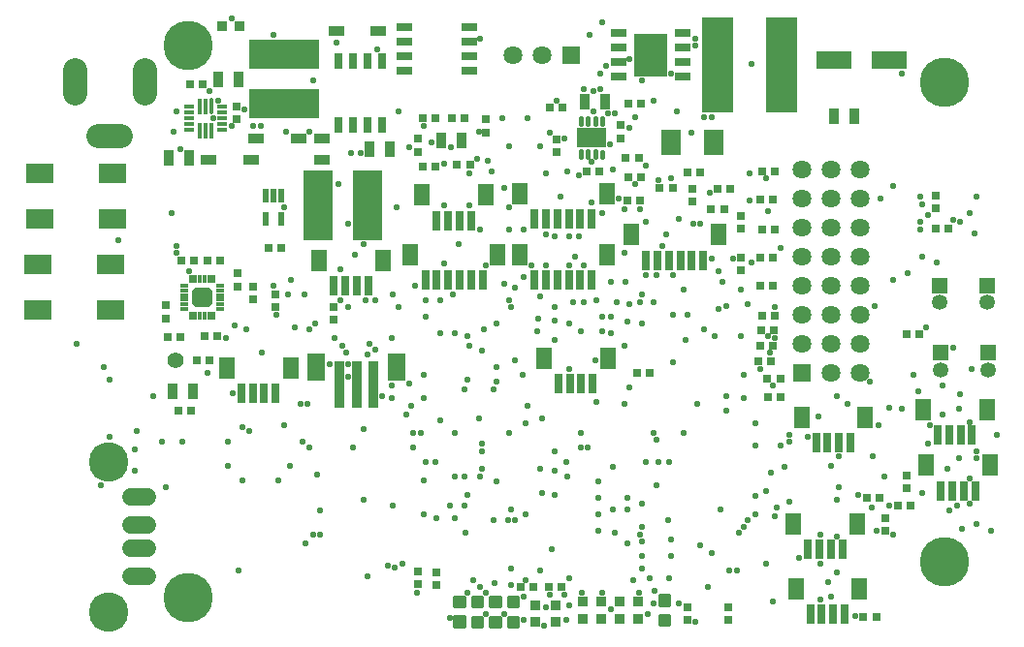
<source format=gts>
G75*
%MOIN*%
%OFA0B0*%
%FSLAX25Y25*%
%IPPOS*%
%LPD*%
%AMOC8*
5,1,8,0,0,1.08239X$1,22.5*
%
%ADD10R,0.05224X0.02862*%
%ADD11R,0.11200X0.15000*%
%ADD12R,0.05224X0.07587*%
%ADD13R,0.02862X0.06602*%
%ADD14C,0.01700*%
%ADD15R,0.09950X0.07000*%
%ADD16R,0.02900X0.02500*%
%ADD17R,0.02500X0.02900*%
%ADD18R,0.12311X0.06012*%
%ADD19R,0.03650X0.05224*%
%ADD20R,0.05224X0.03650*%
%ADD21R,0.03650X0.03650*%
%ADD22C,0.01275*%
%ADD23R,0.01500X0.05600*%
%ADD24R,0.03300X0.01500*%
%ADD25R,0.05224X0.03256*%
%ADD26C,0.01331*%
%ADD27R,0.06500X0.09100*%
%ADD28R,0.06400X0.09600*%
%ADD29R,0.03300X0.16100*%
%ADD30C,0.06110*%
%ADD31C,0.13555*%
%ADD32R,0.02862X0.01287*%
%ADD33R,0.01287X0.02862*%
%ADD34C,0.03281*%
%ADD35C,0.08374*%
%ADD36R,0.10343X0.24122*%
%ADD37R,0.24122X0.10343*%
%ADD38R,0.10700X0.32800*%
%ADD39R,0.06406X0.06406*%
%ADD40C,0.06406*%
%ADD41R,0.05300X0.05300*%
%ADD42C,0.05300*%
%ADD43R,0.09555X0.06799*%
%ADD44C,0.05500*%
%ADD45R,0.01900X0.05100*%
%ADD46R,0.02862X0.05224*%
%ADD47C,0.02300*%
%ADD48C,0.17000*%
D10*
X0227843Y0204068D03*
X0227843Y0209068D03*
X0227843Y0214068D03*
X0227843Y0219068D03*
X0249890Y0219068D03*
X0249890Y0214068D03*
X0249890Y0209068D03*
X0249890Y0204068D03*
X0176440Y0206318D03*
X0176440Y0211318D03*
X0176440Y0216318D03*
X0176440Y0221318D03*
X0154393Y0221318D03*
X0154393Y0216318D03*
X0154393Y0211318D03*
X0154393Y0206318D03*
D11*
X0238867Y0211568D03*
D12*
X0223785Y0163878D03*
X0232164Y0149678D03*
X0223785Y0142778D03*
X0193864Y0142778D03*
X0186235Y0142828D03*
X0156314Y0142828D03*
X0146885Y0140778D03*
X0124964Y0140778D03*
X0160364Y0163378D03*
X0182285Y0163378D03*
X0193864Y0163878D03*
X0262085Y0149678D03*
X0224085Y0107128D03*
X0202164Y0107128D03*
X0115085Y0103828D03*
X0093164Y0103828D03*
X0290764Y0086828D03*
X0312685Y0086828D03*
X0332564Y0089428D03*
X0354485Y0089428D03*
X0355585Y0070328D03*
X0333664Y0070328D03*
X0309885Y0050228D03*
X0287964Y0050228D03*
X0288764Y0027828D03*
X0310685Y0027828D03*
D13*
X0305567Y0019068D03*
X0301630Y0019068D03*
X0297693Y0019068D03*
X0293756Y0019068D03*
X0292956Y0041468D03*
X0296893Y0041468D03*
X0300830Y0041468D03*
X0304767Y0041468D03*
X0338656Y0061568D03*
X0342593Y0061568D03*
X0346530Y0061568D03*
X0350467Y0061568D03*
X0349367Y0080668D03*
X0345430Y0080668D03*
X0341493Y0080668D03*
X0337556Y0080668D03*
X0307567Y0078068D03*
X0303630Y0078068D03*
X0299693Y0078068D03*
X0295756Y0078068D03*
X0218967Y0098368D03*
X0215030Y0098368D03*
X0211093Y0098368D03*
X0207156Y0098368D03*
X0206856Y0134018D03*
X0210793Y0134018D03*
X0214730Y0134018D03*
X0218667Y0134018D03*
X0202919Y0134018D03*
X0198982Y0134018D03*
X0181117Y0134068D03*
X0177180Y0134068D03*
X0173243Y0134068D03*
X0169306Y0134068D03*
X0165369Y0134068D03*
X0161432Y0134068D03*
X0141767Y0132018D03*
X0137830Y0132018D03*
X0133893Y0132018D03*
X0129956Y0132018D03*
X0165356Y0154618D03*
X0169293Y0154618D03*
X0173230Y0154618D03*
X0177167Y0154618D03*
X0198982Y0155118D03*
X0202919Y0155118D03*
X0206856Y0155118D03*
X0210793Y0155118D03*
X0214730Y0155118D03*
X0218667Y0155118D03*
X0237282Y0140918D03*
X0241219Y0140918D03*
X0245156Y0140918D03*
X0249093Y0140918D03*
X0253030Y0140918D03*
X0256967Y0140918D03*
X0109967Y0095068D03*
X0106030Y0095068D03*
X0102093Y0095068D03*
X0098156Y0095068D03*
D14*
X0214767Y0176368D02*
X0214767Y0178368D01*
X0217267Y0178368D02*
X0217267Y0176368D01*
X0219867Y0176368D02*
X0219867Y0178368D01*
X0222367Y0178318D02*
X0222367Y0176418D01*
X0222367Y0187968D02*
X0222367Y0189968D01*
X0219867Y0189968D02*
X0219867Y0187968D01*
X0217267Y0187968D02*
X0217267Y0189968D01*
X0214767Y0189968D02*
X0214767Y0187968D01*
D15*
X0218567Y0183168D03*
D16*
X0230367Y0176068D03*
X0234767Y0176068D03*
X0235667Y0169568D03*
X0231267Y0169568D03*
X0221267Y0171368D03*
X0216867Y0171368D03*
X0230817Y0161418D03*
X0235217Y0161418D03*
X0242067Y0165968D03*
X0246467Y0165968D03*
X0251667Y0171068D03*
X0256067Y0171068D03*
X0261867Y0165368D03*
X0266267Y0165368D03*
X0264117Y0158418D03*
X0259717Y0158418D03*
X0276567Y0161868D03*
X0280967Y0161868D03*
X0281567Y0171568D03*
X0277167Y0171568D03*
X0277167Y0151568D03*
X0281567Y0151568D03*
X0280967Y0141868D03*
X0276567Y0141868D03*
X0276567Y0132168D03*
X0280967Y0132168D03*
X0281617Y0121868D03*
X0277217Y0121868D03*
X0276767Y0116868D03*
X0281167Y0116868D03*
X0281017Y0111468D03*
X0276617Y0111468D03*
X0275767Y0106318D03*
X0280167Y0106318D03*
X0279017Y0100018D03*
X0283417Y0100018D03*
X0283717Y0093818D03*
X0279317Y0093818D03*
X0238567Y0102318D03*
X0234167Y0102318D03*
X0313217Y0059018D03*
X0317617Y0059018D03*
X0323967Y0056618D03*
X0328367Y0056618D03*
X0316467Y0018018D03*
X0312067Y0018018D03*
X0208367Y0028618D03*
X0203967Y0028618D03*
X0198517Y0028568D03*
X0194117Y0028568D03*
X0080867Y0089168D03*
X0076467Y0089168D03*
X0082767Y0106518D03*
X0087167Y0106518D03*
X0085467Y0114968D03*
X0089867Y0114968D03*
X0077267Y0114368D03*
X0072867Y0114368D03*
X0077567Y0140668D03*
X0081967Y0140668D03*
X0086567Y0140668D03*
X0090967Y0140668D03*
X0107417Y0145268D03*
X0111817Y0145268D03*
X0160467Y0173168D03*
X0164867Y0173168D03*
X0172367Y0173668D03*
X0176767Y0173668D03*
X0175017Y0189868D03*
X0170617Y0189868D03*
X0164867Y0189968D03*
X0160467Y0189968D03*
X0204267Y0193568D03*
X0208667Y0193568D03*
X0231167Y0194668D03*
X0235567Y0194668D03*
X0336967Y0151968D03*
X0341367Y0151968D03*
X0331317Y0115568D03*
X0326917Y0115568D03*
X0085067Y0201368D03*
X0080667Y0201368D03*
D17*
X0096667Y0193968D03*
X0096667Y0189568D03*
X0158767Y0182718D03*
X0158767Y0178318D03*
X0182367Y0184968D03*
X0182367Y0189368D03*
X0206467Y0182568D03*
X0206467Y0178168D03*
X0228667Y0182968D03*
X0228667Y0187368D03*
X0253367Y0165418D03*
X0253367Y0161018D03*
X0269817Y0156218D03*
X0269817Y0151818D03*
X0269767Y0141768D03*
X0269767Y0137368D03*
X0336867Y0158918D03*
X0336867Y0163318D03*
X0327067Y0066768D03*
X0327067Y0062368D03*
X0319517Y0052268D03*
X0319517Y0047868D03*
X0265567Y0021568D03*
X0265567Y0017168D03*
X0251517Y0017068D03*
X0251517Y0021468D03*
X0165267Y0029168D03*
X0165267Y0033568D03*
X0158867Y0033868D03*
X0158867Y0029468D03*
X0130067Y0120368D03*
X0130067Y0124768D03*
X0109867Y0124768D03*
X0109867Y0129168D03*
X0102267Y0127468D03*
X0102267Y0131868D03*
X0096767Y0131968D03*
X0096767Y0136368D03*
X0072267Y0125368D03*
X0072267Y0120968D03*
D18*
X0302018Y0209768D03*
X0320915Y0209768D03*
D19*
X0309010Y0190568D03*
X0301923Y0190568D03*
X0223210Y0195368D03*
X0216123Y0195368D03*
X0174010Y0182168D03*
X0166923Y0182168D03*
X0149410Y0179168D03*
X0142323Y0179168D03*
X0097210Y0203168D03*
X0090123Y0203168D03*
X0080410Y0176168D03*
X0073323Y0176168D03*
X0074523Y0095768D03*
X0081610Y0095768D03*
D20*
X0126067Y0175624D03*
X0126067Y0182711D03*
D21*
X0097569Y0221568D03*
X0091664Y0221568D03*
X0215667Y0023420D03*
X0221917Y0023420D03*
X0228167Y0023420D03*
X0234417Y0023420D03*
X0234417Y0017515D03*
X0228167Y0017515D03*
X0221917Y0017515D03*
X0215667Y0017515D03*
X0206367Y0016365D03*
X0206367Y0022270D03*
X0199117Y0022270D03*
X0199117Y0016365D03*
D22*
X0087980Y0196131D02*
X0087754Y0196131D01*
X0087980Y0196131D02*
X0087980Y0191805D01*
X0087754Y0191805D01*
X0087754Y0196131D01*
X0087754Y0193079D02*
X0087980Y0193079D01*
X0087980Y0194353D02*
X0087754Y0194353D01*
X0087754Y0195627D02*
X0087980Y0195627D01*
D23*
X0085867Y0193968D03*
X0083867Y0193968D03*
X0083867Y0185368D03*
X0085867Y0185368D03*
X0087867Y0185368D03*
D24*
X0091567Y0185668D03*
X0091567Y0187668D03*
X0091567Y0189668D03*
X0091567Y0191668D03*
X0091567Y0193668D03*
X0080167Y0193668D03*
X0080167Y0191668D03*
X0080167Y0189668D03*
X0080167Y0187668D03*
X0080167Y0185668D03*
D25*
X0086983Y0175568D03*
X0101550Y0175568D03*
X0103283Y0182918D03*
X0117850Y0182918D03*
X0130783Y0219968D03*
X0145350Y0219968D03*
D26*
X0171714Y0024973D02*
X0174820Y0024973D01*
X0174820Y0021867D01*
X0171714Y0021867D01*
X0171714Y0024973D01*
X0171714Y0023197D02*
X0174820Y0023197D01*
X0174820Y0024527D02*
X0171714Y0024527D01*
X0177764Y0024773D02*
X0180870Y0024773D01*
X0180870Y0021667D01*
X0177764Y0021667D01*
X0177764Y0024773D01*
X0177764Y0022997D02*
X0180870Y0022997D01*
X0180870Y0024327D02*
X0177764Y0024327D01*
X0184014Y0024773D02*
X0187120Y0024773D01*
X0187120Y0021667D01*
X0184014Y0021667D01*
X0184014Y0024773D01*
X0184014Y0022997D02*
X0187120Y0022997D01*
X0187120Y0024327D02*
X0184014Y0024327D01*
X0190264Y0024773D02*
X0193370Y0024773D01*
X0193370Y0021667D01*
X0190264Y0021667D01*
X0190264Y0024773D01*
X0190264Y0022997D02*
X0193370Y0022997D01*
X0193370Y0024327D02*
X0190264Y0024327D01*
X0190264Y0017868D02*
X0193370Y0017868D01*
X0193370Y0014762D01*
X0190264Y0014762D01*
X0190264Y0017868D01*
X0190264Y0016092D02*
X0193370Y0016092D01*
X0193370Y0017422D02*
X0190264Y0017422D01*
X0187120Y0017868D02*
X0184014Y0017868D01*
X0187120Y0017868D02*
X0187120Y0014762D01*
X0184014Y0014762D01*
X0184014Y0017868D01*
X0184014Y0016092D02*
X0187120Y0016092D01*
X0187120Y0017422D02*
X0184014Y0017422D01*
X0180870Y0017868D02*
X0177764Y0017868D01*
X0180870Y0017868D02*
X0180870Y0014762D01*
X0177764Y0014762D01*
X0177764Y0017868D01*
X0177764Y0016092D02*
X0180870Y0016092D01*
X0180870Y0017422D02*
X0177764Y0017422D01*
X0174820Y0018068D02*
X0171714Y0018068D01*
X0174820Y0018068D02*
X0174820Y0014962D01*
X0171714Y0014962D01*
X0171714Y0018068D01*
X0171714Y0016292D02*
X0174820Y0016292D01*
X0174820Y0017622D02*
X0171714Y0017622D01*
X0242164Y0015362D02*
X0245270Y0015362D01*
X0242164Y0015362D02*
X0242164Y0018468D01*
X0245270Y0018468D01*
X0245270Y0015362D01*
X0245270Y0016692D02*
X0242164Y0016692D01*
X0242164Y0018022D02*
X0245270Y0018022D01*
X0245270Y0022267D02*
X0242164Y0022267D01*
X0242164Y0025373D01*
X0245270Y0025373D01*
X0245270Y0022267D01*
X0245270Y0023597D02*
X0242164Y0023597D01*
X0242164Y0024927D02*
X0245270Y0024927D01*
D27*
X0246017Y0181568D03*
X0260517Y0181568D03*
D28*
X0151717Y0104068D03*
X0123817Y0104068D03*
D29*
X0131867Y0098168D03*
X0137767Y0098168D03*
X0143667Y0098168D03*
D30*
X0065891Y0059547D02*
X0060281Y0059547D01*
X0060281Y0049705D02*
X0065891Y0049705D01*
X0065891Y0041831D02*
X0060281Y0041831D01*
X0060281Y0031988D02*
X0065891Y0031988D01*
D31*
X0052417Y0019902D03*
X0052417Y0071634D03*
D32*
X0078467Y0124231D03*
X0078467Y0125806D03*
X0078467Y0127380D03*
X0078467Y0128955D03*
X0078467Y0130530D03*
X0078467Y0132105D03*
X0091066Y0132105D03*
X0091066Y0130530D03*
X0091066Y0128955D03*
X0091066Y0127380D03*
X0091066Y0125806D03*
X0091066Y0124231D03*
D33*
X0088704Y0121869D03*
X0087129Y0121869D03*
X0085554Y0121869D03*
X0083979Y0121869D03*
X0082404Y0121869D03*
X0080830Y0121869D03*
X0080830Y0134467D03*
X0082404Y0134467D03*
X0083979Y0134467D03*
X0085554Y0134467D03*
X0087129Y0134467D03*
X0088704Y0134467D03*
D34*
X0086723Y0126527D02*
X0082811Y0126527D01*
X0082811Y0129809D01*
X0086723Y0129809D01*
X0086723Y0126527D01*
X0086723Y0129807D02*
X0082811Y0129807D01*
D35*
X0056654Y0183670D02*
X0048780Y0183670D01*
X0040906Y0198631D02*
X0040906Y0206505D01*
X0064921Y0206505D02*
X0064921Y0198631D01*
D36*
X0124704Y0159879D03*
X0141633Y0159879D03*
D37*
X0112778Y0194802D03*
X0112778Y0211731D03*
D38*
X0261867Y0208068D03*
X0283867Y0208068D03*
D39*
X0211567Y0211568D03*
X0290767Y0102068D03*
D40*
X0300767Y0102068D03*
X0310767Y0102068D03*
X0310767Y0112068D03*
X0300767Y0112068D03*
X0290767Y0112068D03*
X0290767Y0122068D03*
X0300767Y0122068D03*
X0310767Y0122068D03*
X0310767Y0132068D03*
X0300767Y0132068D03*
X0290767Y0132068D03*
X0290767Y0142068D03*
X0300767Y0142068D03*
X0310767Y0142068D03*
X0310767Y0152068D03*
X0300767Y0152068D03*
X0290767Y0152068D03*
X0290767Y0162068D03*
X0300767Y0162068D03*
X0310767Y0162068D03*
X0310767Y0172068D03*
X0300767Y0172068D03*
X0290767Y0172068D03*
X0201567Y0211568D03*
X0191567Y0211568D03*
D41*
X0338267Y0132318D03*
X0354467Y0132318D03*
X0354917Y0109068D03*
X0338717Y0109068D03*
D42*
X0338717Y0103168D03*
X0354917Y0103168D03*
X0354467Y0126418D03*
X0338267Y0126418D03*
D43*
X0053218Y0123868D03*
X0053218Y0139468D03*
X0053818Y0155068D03*
X0053818Y0170668D03*
X0029015Y0170668D03*
X0029015Y0155068D03*
X0028415Y0139468D03*
X0028415Y0123868D03*
D44*
X0075467Y0106468D03*
D45*
X0106658Y0155068D03*
X0111776Y0155068D03*
X0111776Y0163268D03*
X0109217Y0163268D03*
X0106658Y0163268D03*
D46*
X0131617Y0187394D03*
X0136617Y0187394D03*
X0141617Y0187394D03*
X0146617Y0187394D03*
X0146617Y0209441D03*
X0141617Y0209441D03*
X0136617Y0209441D03*
X0131617Y0209441D03*
D47*
X0131017Y0215918D03*
X0144767Y0213418D03*
X0122892Y0202793D03*
X0099142Y0192793D03*
X0102267Y0187168D03*
X0104767Y0187168D03*
X0094767Y0187168D03*
X0088517Y0189668D03*
X0090392Y0195918D03*
X0087267Y0199043D03*
X0076017Y0192168D03*
X0074767Y0185293D03*
X0077267Y0179043D03*
X0074142Y0157168D03*
X0076017Y0145918D03*
X0076017Y0143418D03*
X0080392Y0137168D03*
X0056017Y0147793D03*
X0096017Y0118418D03*
X0099767Y0117168D03*
X0092892Y0114043D03*
X0105392Y0109043D03*
X0116642Y0117793D03*
X0121642Y0117168D03*
X0123517Y0119043D03*
X0130392Y0114043D03*
X0132892Y0111543D03*
X0134142Y0109043D03*
X0134767Y0105293D03*
X0141642Y0108418D03*
X0144142Y0110293D03*
X0142267Y0112168D03*
X0149767Y0114043D03*
X0161642Y0121543D03*
X0161642Y0127168D03*
X0166642Y0127168D03*
X0171017Y0129043D03*
X0157892Y0132168D03*
X0150392Y0129043D03*
X0152267Y0124668D03*
X0144142Y0127168D03*
X0141017Y0127168D03*
X0134767Y0124668D03*
X0132267Y0127168D03*
X0119767Y0129043D03*
X0114142Y0129043D03*
X0109142Y0132168D03*
X0115392Y0134043D03*
X0110392Y0122168D03*
X0128517Y0105293D03*
X0134767Y0100918D03*
X0146642Y0094043D03*
X0149767Y0093418D03*
X0149767Y0097793D03*
X0156017Y0098418D03*
X0161017Y0101543D03*
X0161017Y0093418D03*
X0156642Y0090918D03*
X0154767Y0087793D03*
X0157267Y0081543D03*
X0159767Y0081543D03*
X0166642Y0085918D03*
X0171642Y0081543D03*
X0179767Y0086543D03*
X0190392Y0081543D03*
X0196017Y0084668D03*
X0201642Y0086543D03*
X0196642Y0090918D03*
X0186017Y0099043D03*
X0184767Y0096543D03*
X0176017Y0099668D03*
X0174767Y0096543D03*
X0186017Y0104043D03*
X0192267Y0106543D03*
X0194767Y0101543D03*
X0181017Y0109668D03*
X0176642Y0111543D03*
X0176017Y0114668D03*
X0171642Y0115918D03*
X0166642Y0115918D03*
X0181642Y0117168D03*
X0186017Y0119043D03*
X0191017Y0124668D03*
X0190392Y0127168D03*
X0192267Y0131543D03*
X0188517Y0132793D03*
X0195392Y0135293D03*
X0197892Y0139043D03*
X0202892Y0139043D03*
X0211017Y0139043D03*
X0216017Y0139043D03*
X0212892Y0142168D03*
X0214142Y0149043D03*
X0211017Y0149043D03*
X0206017Y0149043D03*
X0202892Y0149668D03*
X0195392Y0151543D03*
X0190392Y0151543D03*
X0190392Y0159043D03*
X0188517Y0165918D03*
X0184142Y0171543D03*
X0182892Y0175293D03*
X0179142Y0175918D03*
X0176642Y0170918D03*
X0167892Y0174043D03*
X0170392Y0179668D03*
X0163517Y0181543D03*
X0161017Y0187168D03*
X0156017Y0179668D03*
X0139142Y0177793D03*
X0136017Y0177793D03*
X0131642Y0167168D03*
X0112892Y0159043D03*
X0134767Y0153418D03*
X0140392Y0146543D03*
X0137267Y0142793D03*
X0132267Y0137793D03*
X0151642Y0159043D03*
X0167892Y0159668D03*
X0176642Y0159668D03*
X0180392Y0151543D03*
X0172892Y0146543D03*
X0167892Y0139668D03*
X0182267Y0139043D03*
X0201017Y0128418D03*
X0206017Y0124668D03*
X0200392Y0120918D03*
X0206017Y0120293D03*
X0211017Y0119043D03*
X0214767Y0116543D03*
X0222267Y0116543D03*
X0225392Y0115918D03*
X0229767Y0111543D03*
X0231017Y0119668D03*
X0236017Y0119043D03*
X0225392Y0121543D03*
X0222267Y0121543D03*
X0220392Y0127168D03*
X0216017Y0126543D03*
X0212267Y0126543D03*
X0225392Y0133418D03*
X0230392Y0133418D03*
X0236017Y0129043D03*
X0235392Y0126543D03*
X0231642Y0125918D03*
X0227267Y0126543D03*
X0239767Y0126543D03*
X0246642Y0122168D03*
X0251642Y0122168D03*
X0257267Y0117168D03*
X0261017Y0114668D03*
X0251017Y0113418D03*
X0246642Y0105918D03*
X0231642Y0097168D03*
X0229767Y0091543D03*
X0220392Y0092168D03*
X0214767Y0081543D03*
X0214767Y0076543D03*
X0217267Y0076543D03*
X0209767Y0071543D03*
X0206017Y0068418D03*
X0210392Y0066543D03*
X0201017Y0069043D03*
X0206017Y0075293D03*
X0221017Y0064668D03*
X0221017Y0059043D03*
X0221017Y0053418D03*
X0226017Y0055293D03*
X0231017Y0055293D03*
X0236017Y0057168D03*
X0231017Y0059043D03*
X0241017Y0063418D03*
X0241642Y0071543D03*
X0245392Y0071543D03*
X0237267Y0071543D03*
X0226017Y0069668D03*
X0241017Y0079043D03*
X0239767Y0081543D03*
X0250392Y0081543D03*
X0254767Y0091543D03*
X0264767Y0094043D03*
X0264767Y0089043D03*
X0271017Y0093418D03*
X0271017Y0101543D03*
X0276642Y0103418D03*
X0279767Y0109043D03*
X0281642Y0114043D03*
X0279142Y0114668D03*
X0269767Y0114668D03*
X0264767Y0125293D03*
X0262267Y0124043D03*
X0272267Y0125918D03*
X0269767Y0130918D03*
X0263517Y0133418D03*
X0262267Y0137168D03*
X0259767Y0141543D03*
X0267267Y0141543D03*
X0273517Y0140293D03*
X0283517Y0145293D03*
X0279142Y0157793D03*
X0272892Y0161543D03*
X0278517Y0169043D03*
X0272892Y0170918D03*
X0259142Y0164043D03*
X0256017Y0153418D03*
X0253517Y0153418D03*
X0248517Y0155293D03*
X0244142Y0149668D03*
X0242892Y0145918D03*
X0229767Y0143418D03*
X0237267Y0135918D03*
X0241017Y0135918D03*
X0246642Y0135918D03*
X0250392Y0130918D03*
X0281642Y0124668D03*
X0316017Y0125293D03*
X0322267Y0134043D03*
X0327267Y0136543D03*
X0337267Y0140293D03*
X0332267Y0142168D03*
X0331642Y0151543D03*
X0331642Y0154043D03*
X0334142Y0156543D03*
X0332267Y0160293D03*
X0331642Y0162793D03*
X0322267Y0166543D03*
X0317892Y0162168D03*
X0342892Y0154668D03*
X0345392Y0154043D03*
X0348517Y0157168D03*
X0351017Y0162793D03*
X0350392Y0150293D03*
X0333517Y0117793D03*
X0342892Y0110918D03*
X0349142Y0103418D03*
X0339142Y0097793D03*
X0345392Y0094668D03*
X0344767Y0089668D03*
X0339142Y0087793D03*
X0334767Y0084043D03*
X0334142Y0077793D03*
X0344767Y0072793D03*
X0341017Y0069043D03*
X0348517Y0065918D03*
X0351017Y0072793D03*
X0351017Y0075293D03*
X0357892Y0080918D03*
X0348517Y0085293D03*
X0331017Y0095918D03*
X0329142Y0101543D03*
X0314142Y0099043D03*
X0306642Y0091543D03*
X0302892Y0094043D03*
X0296642Y0087168D03*
X0292892Y0080293D03*
X0286642Y0080918D03*
X0286642Y0078418D03*
X0283517Y0077168D03*
X0274767Y0077168D03*
X0274767Y0084668D03*
X0281017Y0097793D03*
X0317267Y0084043D03*
X0321017Y0090293D03*
X0325392Y0089668D03*
X0315392Y0073418D03*
X0319142Y0066543D03*
X0310392Y0060293D03*
X0314767Y0055918D03*
X0321017Y0056543D03*
X0332267Y0060918D03*
X0341642Y0054668D03*
X0344142Y0056543D03*
X0348517Y0057168D03*
X0351017Y0050293D03*
X0346017Y0048418D03*
X0356017Y0047793D03*
X0322267Y0046543D03*
X0316642Y0047793D03*
X0302892Y0045918D03*
X0297267Y0046543D03*
X0289767Y0038418D03*
X0297267Y0036543D03*
X0302892Y0033418D03*
X0299767Y0030293D03*
X0301017Y0025293D03*
X0297267Y0024043D03*
X0309142Y0018418D03*
X0281017Y0023418D03*
X0268517Y0034043D03*
X0266017Y0034043D03*
X0258517Y0028418D03*
X0248517Y0022793D03*
X0254142Y0016543D03*
X0239767Y0022793D03*
X0237892Y0019043D03*
X0234767Y0026543D03*
X0232892Y0030918D03*
X0236017Y0034668D03*
X0238517Y0031543D03*
X0240392Y0027168D03*
X0245392Y0031543D03*
X0246017Y0039043D03*
X0246017Y0044668D03*
X0244767Y0051543D03*
X0236017Y0049043D03*
X0235392Y0046543D03*
X0236017Y0044043D03*
X0231017Y0043418D03*
X0226642Y0047168D03*
X0221017Y0047793D03*
X0236017Y0039043D03*
X0222267Y0026543D03*
X0225392Y0020918D03*
X0215392Y0026543D03*
X0211017Y0022168D03*
X0209142Y0025918D03*
X0204142Y0025918D03*
X0202892Y0021543D03*
X0209767Y0017168D03*
X0202267Y0015293D03*
X0195392Y0017168D03*
X0188517Y0019043D03*
X0182267Y0019043D03*
X0182267Y0026543D03*
X0180392Y0028418D03*
X0177892Y0030918D03*
X0176017Y0026543D03*
X0185392Y0029668D03*
X0191017Y0029043D03*
X0196017Y0030918D03*
X0191017Y0034668D03*
X0201017Y0034043D03*
X0204767Y0041543D03*
X0211017Y0031543D03*
X0195392Y0025293D03*
X0169767Y0017793D03*
X0158517Y0026543D03*
X0153517Y0036543D03*
X0151017Y0035293D03*
X0148517Y0035918D03*
X0141642Y0032168D03*
X0120392Y0043418D03*
X0122892Y0046543D03*
X0125392Y0046543D03*
X0125392Y0054668D03*
X0140392Y0058418D03*
X0150392Y0056543D03*
X0161017Y0053418D03*
X0165392Y0052168D03*
X0169767Y0056543D03*
X0171642Y0052168D03*
X0174767Y0056543D03*
X0176017Y0060293D03*
X0174767Y0066543D03*
X0171642Y0066543D03*
X0164767Y0071543D03*
X0161642Y0071543D03*
X0161017Y0065293D03*
X0157267Y0076543D03*
X0140392Y0082793D03*
X0136642Y0076543D03*
X0121642Y0076543D03*
X0119142Y0078418D03*
X0112892Y0084043D03*
X0118517Y0091543D03*
X0121017Y0091543D03*
X0101017Y0082168D03*
X0098517Y0083418D03*
X0093517Y0078418D03*
X0093517Y0070293D03*
X0098517Y0065293D03*
X0111017Y0065293D03*
X0114767Y0070293D03*
X0124142Y0067168D03*
X0095392Y0095293D03*
X0086642Y0102168D03*
X0067892Y0094043D03*
X0052892Y0099668D03*
X0051017Y0104043D03*
X0041642Y0112168D03*
X0062267Y0082168D03*
X0071017Y0078418D03*
X0077892Y0078418D03*
X0061642Y0075918D03*
X0052892Y0080293D03*
X0061642Y0068418D03*
X0072267Y0062793D03*
X0049767Y0063418D03*
X0097267Y0034043D03*
X0175392Y0047168D03*
X0184767Y0051543D03*
X0189767Y0051543D03*
X0192267Y0051543D03*
X0191017Y0055293D03*
X0196017Y0053418D03*
X0201642Y0060918D03*
X0206017Y0060293D03*
X0186017Y0064668D03*
X0180392Y0066543D03*
X0181017Y0069043D03*
X0181017Y0075293D03*
X0181017Y0077793D03*
X0211017Y0103418D03*
X0219767Y0106543D03*
X0206017Y0113418D03*
X0199767Y0116543D03*
X0237267Y0154043D03*
X0235392Y0158418D03*
X0229767Y0158418D03*
X0227892Y0162168D03*
X0222267Y0157168D03*
X0218517Y0160918D03*
X0207892Y0162793D03*
X0210392Y0171543D03*
X0214142Y0170293D03*
X0218517Y0174668D03*
X0226017Y0172168D03*
X0233517Y0167168D03*
X0237267Y0173418D03*
X0241642Y0168418D03*
X0246017Y0169043D03*
X0224767Y0180918D03*
X0231642Y0186543D03*
X0233517Y0190293D03*
X0226642Y0191543D03*
X0224142Y0191543D03*
X0219142Y0192168D03*
X0219142Y0199043D03*
X0221642Y0199668D03*
X0216017Y0199668D03*
X0221642Y0205293D03*
X0223517Y0207793D03*
X0231642Y0210293D03*
X0236017Y0202793D03*
X0239767Y0195918D03*
X0247892Y0192168D03*
X0257267Y0190293D03*
X0259767Y0190293D03*
X0252892Y0184668D03*
X0246017Y0205293D03*
X0254142Y0214668D03*
X0254142Y0217168D03*
X0273517Y0208418D03*
X0325392Y0205293D03*
X0222267Y0222793D03*
X0217892Y0218418D03*
X0206642Y0195918D03*
X0196642Y0189668D03*
X0204142Y0184668D03*
X0209142Y0182793D03*
X0201017Y0180293D03*
X0190392Y0180293D03*
X0179767Y0185293D03*
X0187892Y0189668D03*
X0202892Y0170918D03*
X0152267Y0192168D03*
X0121642Y0185293D03*
X0113517Y0185293D03*
X0109142Y0218418D03*
X0094767Y0224043D03*
X0180392Y0217168D03*
X0303517Y0073418D03*
X0301017Y0070293D03*
X0303517Y0062793D03*
X0302892Y0058418D03*
X0286642Y0057793D03*
X0282267Y0055918D03*
X0281642Y0052793D03*
X0274767Y0053418D03*
X0272267Y0051543D03*
X0271017Y0049043D03*
X0269142Y0047168D03*
X0262892Y0055293D03*
X0274767Y0059668D03*
X0278517Y0061543D03*
X0280392Y0067793D03*
X0284767Y0069668D03*
X0256017Y0042793D03*
X0259767Y0040293D03*
X0278517Y0036543D03*
D48*
X0339767Y0037168D03*
X0339767Y0202168D03*
X0079767Y0214668D03*
X0079767Y0024668D03*
M02*

</source>
